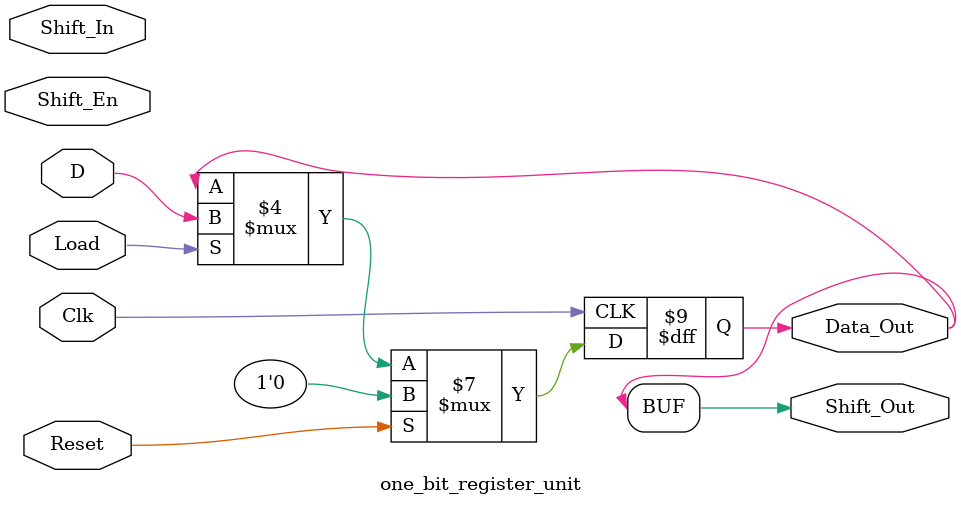
<source format=sv>
module one_bit_register_unit (input  logic Clk, Reset, Shift_In, Load, Shift_En,
              input  logic  D,
              output logic Shift_Out,
              output logic  Data_Out);

    always_ff @ (posedge Clk)
    begin
	 	 if (Reset) //notice, this is a sycnrhonous reset, which is recommended on the FPGA
			  Data_Out <= 1'b0;
		 else if (Load)
			  Data_Out <= D;
		 else if (Shift_En)
		 begin
			  //concatenate shifted in data to the previous left-most 3 bits
			  //note this works because we are in always_ff procedure block
			  Data_Out <= { Shift_In, Data_Out }; 
	    end
    end
	
    assign Shift_Out = Data_Out;

endmodule

</source>
